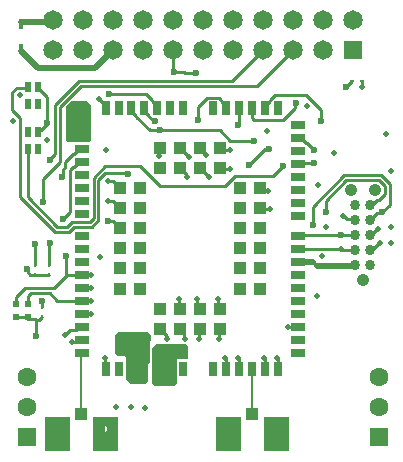
<source format=gtl>
G04*
G04 #@! TF.GenerationSoftware,Altium Limited,Altium Designer,22.9.1 (49)*
G04*
G04 Layer_Physical_Order=1*
G04 Layer_Color=255*
%FSLAX44Y44*%
%MOMM*%
G71*
G04*
G04 #@! TF.SameCoordinates,160F3373-32AC-4E58-B31D-FCE43EB9D5FB*
G04*
G04*
G04 #@! TF.FilePolarity,Positive*
G04*
G01*
G75*
%ADD13C,0.2540*%
%ADD16R,1.0000X1.0500*%
%ADD17R,1.0500X2.2000*%
%ADD18R,0.5400X0.8500*%
%ADD19R,0.3600X0.2500*%
%ADD20R,0.2500X0.3600*%
%ADD21R,0.6000X0.6000*%
%ADD22C,0.8636*%
%ADD23R,0.4064X0.8636*%
%ADD24R,1.1500X0.7000*%
%ADD25R,0.7000X1.1500*%
%ADD26R,1.0000X1.0000*%
%ADD42C,0.3000*%
%ADD43C,0.1500*%
%ADD44C,0.5000*%
%ADD45C,1.0668*%
%ADD46C,1.6500*%
%ADD47R,1.6500X1.6500*%
%ADD48R,1.6000X1.6000*%
%ADD49C,1.6000*%
%ADD50C,0.5080*%
%ADD51C,0.6000*%
G36*
X76000Y305000D02*
Y275000D01*
X75000Y274000D01*
X56000D01*
X55000Y275000D01*
Y303265D01*
X59735Y308000D01*
X73000D01*
X76000Y305000D01*
D02*
G37*
G36*
X127000Y110000D02*
Y106000D01*
X126000Y105000D01*
Y87000D01*
X125000Y86000D01*
Y71000D01*
X123000Y69000D01*
X110000D01*
X106000Y73000D01*
Y91000D01*
X105000Y92000D01*
X99000D01*
X97000Y94000D01*
Y110000D01*
X100000Y113000D01*
X124000D01*
X127000Y110000D01*
D02*
G37*
G36*
X158429Y100365D02*
Y89500D01*
X149200D01*
Y74000D01*
X149429D01*
Y69365D01*
X147429Y67365D01*
X130429D01*
X128429Y69365D01*
Y99365D01*
X131429Y102365D01*
X156429D01*
X158429Y100365D01*
D02*
G37*
G36*
X203000Y36820D02*
X201730Y35778D01*
X201700Y35784D01*
X200424Y35530D01*
X199342Y34808D01*
X195893Y31358D01*
X195170Y30276D01*
X194916Y29000D01*
X195170Y27724D01*
X195893Y26642D01*
X196974Y25920D01*
X198250Y25666D01*
X199526Y25920D01*
X200607Y26642D01*
X201827Y27862D01*
X203000Y27376D01*
Y12000D01*
X182000D01*
Y41000D01*
X203000D01*
Y36820D01*
D02*
G37*
G36*
X58250Y29892D02*
X57999Y29687D01*
X56357Y29857D01*
X55276Y30580D01*
X54000Y30834D01*
X52724Y30580D01*
X51642Y29857D01*
X51143Y29358D01*
X50420Y28276D01*
X50166Y27000D01*
X50420Y25724D01*
X51143Y24643D01*
X52224Y23920D01*
X53500Y23666D01*
X54776Y23920D01*
X55858Y24643D01*
X56357Y25143D01*
X57999Y25313D01*
X58250Y25108D01*
Y12000D01*
X37250D01*
Y41000D01*
X58250D01*
Y29892D01*
D02*
G37*
G36*
X244000Y12000D02*
X223000D01*
Y41000D01*
X244000D01*
Y12000D01*
D02*
G37*
G36*
X99250D02*
X78250D01*
Y41000D01*
X99250D01*
Y12000D01*
D02*
G37*
%LPC*%
G36*
X86980Y34314D02*
X85704Y34060D01*
X84622Y33338D01*
X80642Y29358D01*
X79920Y28276D01*
X79666Y27000D01*
X79920Y25724D01*
X80642Y24643D01*
X81724Y23920D01*
X83000Y23666D01*
X84276Y23920D01*
X85358Y24643D01*
X89338Y28622D01*
X90060Y29704D01*
X90314Y30980D01*
X90060Y32256D01*
X89338Y33338D01*
X88256Y34060D01*
X86980Y34314D01*
D02*
G37*
%LPD*%
D13*
X83000Y27000D02*
X86980Y30980D01*
X314350Y182037D02*
X320313Y188000D01*
X314350Y182000D02*
Y182037D01*
X320313Y188000D02*
X321000D01*
X41000Y186064D02*
X42000Y187064D01*
X41000Y169400D02*
Y186064D01*
X42000Y187064D02*
Y188000D01*
X29000Y169400D02*
Y187000D01*
X29000Y187000D02*
X29000Y187000D01*
X22789Y163297D02*
X25086Y161000D01*
X22789Y163297D02*
Y165134D01*
X22127Y165796D02*
X22789Y165134D01*
X29020Y161000D02*
X41000D01*
X25086D02*
X29000D01*
X313200Y194700D02*
X318500Y200000D01*
X319000D01*
X312700Y194700D02*
X313200D01*
X22100Y319600D02*
X23000Y320500D01*
X9629Y315880D02*
X13349Y319600D01*
X22100D01*
X9629Y300391D02*
Y315880D01*
Y300391D02*
X16390Y293630D01*
Y227125D02*
Y293630D01*
X63920Y114770D02*
X66150Y117000D01*
X58770Y114770D02*
X63920D01*
X54000Y110000D02*
X58770Y114770D01*
X16390Y227125D02*
X46214Y197300D01*
X39000Y289064D02*
Y311671D01*
X31500Y319171D02*
X39000Y311671D01*
X37981Y288045D02*
X39000Y289064D01*
X33895Y283750D02*
X37981Y287836D01*
Y288045D01*
X157514Y244486D02*
Y245686D01*
X151700Y251500D02*
X157514Y245686D01*
Y244486D02*
X158000Y244000D01*
X168700Y251500D02*
X176000Y244200D01*
Y244000D02*
Y244200D01*
X186470Y308730D02*
X190700Y304500D01*
X223338Y267338D02*
X226338D01*
X201350Y301900D02*
X201700Y302250D01*
X106434Y246657D02*
X107370D01*
X82682Y241663D02*
X88370Y247350D01*
X78542Y243377D02*
X88632Y253467D01*
X118109D01*
X190226Y236650D02*
X198069Y244494D01*
X75280Y206005D02*
X78542Y209268D01*
X186200Y251000D02*
X194000D01*
X185700Y251500D02*
X186200Y251000D01*
X221690Y232510D02*
X226510D01*
X219700Y234500D02*
X221690Y232510D01*
X105740Y247350D02*
X106434Y246657D01*
X198069Y244494D02*
X230494D01*
X239000Y253000D01*
X88370Y247350D02*
X105740D01*
X118109Y253467D02*
X134925Y236650D01*
X226338Y267338D02*
X227000Y268000D01*
X56111Y201440D02*
X60676Y206005D01*
X75280D01*
X78542Y209268D02*
Y243377D01*
X57826Y197300D02*
X62391Y201865D01*
X134925Y236650D02*
X190226D01*
X62391Y201865D02*
X76995D01*
X47929Y201440D02*
X56111D01*
X82682Y207553D02*
Y241663D01*
X22750Y226619D02*
Y267750D01*
X46214Y197300D02*
X57826D01*
X210000Y254000D02*
X223338Y267338D01*
X76995Y201865D02*
X82682Y207553D01*
X91486Y240514D02*
X94686D01*
X91000Y241000D02*
X91486Y240514D01*
X94686D02*
X100700Y234500D01*
X22750Y226619D02*
X47929Y201440D01*
X195976Y325476D02*
X221800Y351300D01*
X45860Y304695D02*
X66641Y325476D01*
X195976D01*
X68356Y321336D02*
X217236D01*
X50000Y302980D02*
X68356Y321336D01*
X217236D02*
X247200Y351300D01*
X232260Y313685D02*
X258134D01*
X227930Y308730D02*
Y309354D01*
X232260Y313685D01*
X223700Y304500D02*
X227930Y308730D01*
X258134Y313685D02*
X271010Y300809D01*
X128470Y308730D02*
X132700Y304500D01*
Y302250D02*
Y304500D01*
X92000Y314526D02*
X123299D01*
X41833Y259006D02*
X45860Y263033D01*
X41833Y258070D02*
Y259006D01*
X45860Y263033D02*
Y304695D01*
X50000Y256606D02*
Y302980D01*
X83000Y310000D02*
X83200D01*
X88700Y304500D01*
X194447Y274378D02*
X214383D01*
X185245Y283580D02*
X194447Y274378D01*
X201350Y288350D02*
Y301900D01*
X201000Y288000D02*
X201350Y288350D01*
X187280Y266920D02*
X194000D01*
X185700Y268500D02*
X187280Y266920D01*
X184555Y311270D02*
X186470Y309354D01*
X174846Y311270D02*
X184555D01*
X190700Y302250D02*
Y304500D01*
X167000Y303424D02*
X174846Y311270D01*
X167000Y292000D02*
Y303424D01*
X186470Y308730D02*
Y309354D01*
X121700Y300000D02*
X125930Y295770D01*
Y295145D02*
Y295770D01*
X121700Y300000D02*
Y302250D01*
X125930Y295145D02*
X130115Y290960D01*
X130583D01*
X126496Y283580D02*
X185245D01*
X114930Y295145D02*
X126496Y283580D01*
X36000Y242606D02*
X50000Y256606D01*
X36000Y223000D02*
Y242606D01*
X145600Y335336D02*
Y352000D01*
Y335336D02*
X147000Y333936D01*
Y333000D02*
Y333936D01*
Y333000D02*
X155534D01*
X156344Y332190D01*
X165444D01*
X165540Y332286D01*
X297090Y325000D02*
X297600D01*
X292630Y320540D02*
X297090Y325000D01*
X292130Y320540D02*
X292630D01*
X264000Y203000D02*
Y218623D01*
X290921Y245544D01*
X321779D01*
X329244Y238079D01*
Y220244D02*
Y238079D01*
X312700Y207400D02*
X318638Y213338D01*
X110700Y300000D02*
Y302250D01*
Y300000D02*
X114930Y295770D01*
Y295145D02*
Y295770D01*
X312700Y220100D02*
X314350D01*
X318446Y224196D01*
X320064D01*
X325104Y229236D01*
Y236364D01*
X320064Y241404D02*
X325104Y236364D01*
X292636Y241404D02*
X320064D01*
X275000Y223768D02*
X292636Y241404D01*
X275000Y214000D02*
Y223768D01*
X312700Y182000D02*
X314350D01*
X53500Y27000D02*
X54000Y27500D01*
X60000Y104000D02*
X60486Y104486D01*
X66150Y117000D02*
X68400D01*
X66886Y104486D02*
X68400Y106000D01*
X60486Y104486D02*
X66886D01*
X88350Y82100D02*
X88700Y81750D01*
X88350Y82100D02*
Y90650D01*
X88000Y91000D02*
X88350Y90650D01*
X94686Y223514D02*
X100700Y217500D01*
X91486Y223514D02*
X94686D01*
X91000Y224000D02*
X91486Y223514D01*
X134000Y267800D02*
X134700Y268500D01*
X134000Y262000D02*
Y267800D01*
X134700Y115500D02*
X140514Y109686D01*
Y107486D02*
Y109686D01*
Y107486D02*
X141000Y107000D01*
X151000Y133200D02*
X151700Y132500D01*
X151000Y133200D02*
Y141000D01*
X151700Y268500D02*
X159000Y261200D01*
Y261000D02*
Y261200D01*
X152600Y114600D02*
X155430Y111770D01*
Y108257D02*
Y111770D01*
Y108257D02*
X156000Y107687D01*
Y107000D02*
Y107687D01*
X166000Y135200D02*
X168700Y132500D01*
X166000Y135200D02*
Y141000D01*
X168000Y114800D02*
X168700Y115500D01*
X168000Y107000D02*
Y114800D01*
X184000Y134200D02*
X185700Y132500D01*
X184000Y134200D02*
Y141000D01*
X185000Y114800D02*
X185700Y115500D01*
X185000Y107000D02*
Y114800D01*
X190350Y82100D02*
X190700Y81750D01*
X190350Y82100D02*
Y90650D01*
X190000Y91000D02*
X190350Y90650D01*
X198250Y29000D02*
X201700Y32450D01*
X201350Y82100D02*
X201700Y81750D01*
X201350Y82100D02*
Y90650D01*
X201000Y91000D02*
X201350Y90650D01*
X219700Y217500D02*
X220200Y217000D01*
X228000D01*
X223000Y77970D02*
X223700Y77270D01*
X223000Y77970D02*
Y78570D01*
X223350Y82100D02*
Y90650D01*
X223000Y91000D02*
X223350Y90650D01*
X234350Y82100D02*
X234700Y81750D01*
X234350Y82100D02*
Y90650D01*
X234000Y91000D02*
X234350Y90650D01*
X243000Y117000D02*
X252000D01*
X298834Y208566D02*
X300000Y207400D01*
X293121Y208566D02*
X298834D01*
X290687Y211000D02*
X293121Y208566D01*
X290000Y211000D02*
X290687D01*
X68250Y94850D02*
X68400Y95000D01*
X35000Y125090D02*
Y125600D01*
X32785Y122875D02*
X35000Y125090D01*
X30000Y122875D02*
X32785D01*
X11750Y125750D02*
X21560D01*
X23290Y124020D01*
X28855D01*
X30000Y122875D01*
X30000Y109000D02*
X30000Y109000D01*
Y122875D01*
X13000Y136250D02*
Y142000D01*
X20715Y149715D01*
X44815D01*
X56350Y161250D01*
X55000Y162600D02*
Y177000D01*
Y162600D02*
X56350Y161250D01*
X67700D01*
X68400Y161000D02*
X76000D01*
X66150Y268000D02*
X68400D01*
X61920Y263770D02*
X66150Y268000D01*
X61296Y263770D02*
X61920D01*
X54140Y256614D02*
X61296Y263770D01*
X54140Y251852D02*
Y256614D01*
X52692Y250404D02*
X54140Y251852D01*
X52692Y244388D02*
Y250404D01*
X52030Y243726D02*
X52692Y244388D01*
X264000Y172000D02*
X264687D01*
X267687Y169000D01*
X268000D01*
X252000Y277000D02*
X254250D01*
X258480Y272770D01*
X259230D01*
X265000Y267000D01*
X23000Y136250D02*
Y143060D01*
X25515Y145575D01*
X41430D01*
X48005Y139000D01*
X223700Y302250D02*
Y304500D01*
X271010Y291398D02*
Y300809D01*
X251300Y183250D02*
X251400Y183350D01*
X287275D01*
X288111Y182514D01*
X299486D02*
X300000Y182000D01*
X288111Y182514D02*
X299486D01*
X251300Y194250D02*
X251550Y194500D01*
X287500D01*
X288000Y195000D01*
X299850Y194850D02*
X300000Y194700D01*
X288150Y194850D02*
X299850D01*
X288000Y195000D02*
X288150Y194850D01*
X31500Y319171D02*
Y320500D01*
X68400Y150000D02*
X76000D01*
X66150Y257000D02*
X68400D01*
X61920Y252770D02*
X66150Y257000D01*
X61296Y252770D02*
X61920D01*
X58840Y250315D02*
X61296Y252770D01*
X58840Y214340D02*
Y250315D01*
X52750Y208250D02*
X58840Y214340D01*
X252000Y255000D02*
X252500Y255500D01*
X264500D01*
X265000Y256000D01*
X212700Y302250D02*
X213000Y301950D01*
Y294000D02*
Y301950D01*
Y294000D02*
X214488Y292512D01*
X238837D01*
X249115Y302790D01*
Y306213D01*
X249777Y306875D01*
X94862Y206338D02*
X100700Y200500D01*
X91662Y206338D02*
X94862D01*
X91000Y207000D02*
X91662Y206338D01*
X68400Y128000D02*
X76000D01*
X48005Y139000D02*
X76000D01*
X123299Y314526D02*
X128470Y309354D01*
X322338Y213338D02*
X329244Y220244D01*
X88700Y302250D02*
Y304500D01*
X128470Y308730D02*
Y309354D01*
X318638Y213338D02*
X322338D01*
X306000Y320000D02*
Y325000D01*
X35000Y134000D02*
Y138765D01*
X299850Y169150D02*
X300000Y169300D01*
X252000Y172000D02*
X252000Y172000D01*
D16*
X68250Y43250D02*
D03*
X213000D02*
D03*
D17*
X53500Y28000D02*
D03*
X83000D02*
D03*
X198250D02*
D03*
X227750D02*
D03*
D18*
X23000Y320500D02*
D03*
X31500D02*
D03*
X23000Y306000D02*
D03*
X31500D02*
D03*
X31250Y267750D02*
D03*
X22750D02*
D03*
X31250Y282250D02*
D03*
X22750D02*
D03*
D19*
X297600Y325000D02*
D03*
X306000D02*
D03*
D20*
X35000Y125600D02*
D03*
Y134000D02*
D03*
X29000Y169400D02*
D03*
Y161000D02*
D03*
X41000Y169400D02*
D03*
Y161000D02*
D03*
D21*
X13000Y136250D02*
D03*
Y125750D02*
D03*
X23000Y136250D02*
D03*
Y125750D02*
D03*
D22*
X300000Y169300D02*
D03*
Y182000D02*
D03*
Y194700D02*
D03*
Y207400D02*
D03*
Y220100D02*
D03*
X312700D02*
D03*
Y207400D02*
D03*
Y194700D02*
D03*
Y182000D02*
D03*
Y169300D02*
D03*
D23*
X17000Y352205D02*
D03*
Y373795D02*
D03*
D24*
X252000Y95000D02*
D03*
Y106000D02*
D03*
Y117000D02*
D03*
Y128000D02*
D03*
Y139000D02*
D03*
Y150000D02*
D03*
Y161000D02*
D03*
Y172000D02*
D03*
Y183000D02*
D03*
Y194000D02*
D03*
Y211000D02*
D03*
Y222000D02*
D03*
Y233000D02*
D03*
Y244000D02*
D03*
Y255000D02*
D03*
Y266000D02*
D03*
Y277000D02*
D03*
Y288000D02*
D03*
X68400Y290000D02*
D03*
Y279000D02*
D03*
Y268000D02*
D03*
Y257000D02*
D03*
Y246000D02*
D03*
Y235000D02*
D03*
Y224000D02*
D03*
Y213000D02*
D03*
Y194000D02*
D03*
Y183000D02*
D03*
Y172000D02*
D03*
Y161000D02*
D03*
Y150000D02*
D03*
Y139000D02*
D03*
Y128000D02*
D03*
Y117000D02*
D03*
Y106000D02*
D03*
Y95000D02*
D03*
D25*
X234700Y302250D02*
D03*
X223700D02*
D03*
X212700D02*
D03*
X201700D02*
D03*
X190700D02*
D03*
X179700D02*
D03*
X154700D02*
D03*
X143700D02*
D03*
X132700D02*
D03*
X121700D02*
D03*
X110700D02*
D03*
X99700D02*
D03*
X88700D02*
D03*
Y81750D02*
D03*
X99700D02*
D03*
X110700D02*
D03*
X121700D02*
D03*
X132700D02*
D03*
X143700D02*
D03*
X154700D02*
D03*
X179700D02*
D03*
X190700D02*
D03*
X201700D02*
D03*
X212700D02*
D03*
X223700D02*
D03*
X234700D02*
D03*
D26*
X219700Y149500D02*
D03*
Y166500D02*
D03*
Y183500D02*
D03*
Y200500D02*
D03*
Y217500D02*
D03*
Y234500D02*
D03*
X185700Y268500D02*
D03*
X168700D02*
D03*
X151700D02*
D03*
X134700D02*
D03*
X100700Y234500D02*
D03*
Y217500D02*
D03*
Y200500D02*
D03*
Y183500D02*
D03*
Y166500D02*
D03*
Y149500D02*
D03*
X134700Y115500D02*
D03*
X151700D02*
D03*
X168700D02*
D03*
X185700D02*
D03*
X202700Y149500D02*
D03*
Y166500D02*
D03*
Y183500D02*
D03*
Y200500D02*
D03*
Y217500D02*
D03*
Y234500D02*
D03*
X185700Y251500D02*
D03*
X168700D02*
D03*
X151700D02*
D03*
X134700D02*
D03*
X117700Y234500D02*
D03*
Y217500D02*
D03*
Y200500D02*
D03*
Y183500D02*
D03*
Y166500D02*
D03*
Y149500D02*
D03*
X134700Y132500D02*
D03*
X151700D02*
D03*
X168700D02*
D03*
X185700D02*
D03*
D42*
X212700Y42550D02*
X213000Y42250D01*
D43*
X212700Y42550D02*
Y81750D01*
X68250Y42250D02*
Y94850D01*
D44*
X79500Y336000D02*
X94800Y351300D01*
X31855Y336000D02*
X79500D01*
X17468Y350387D02*
X31855Y336000D01*
X17468Y375247D02*
X41848D01*
X44000Y377400D01*
X252000Y172000D02*
X264000D01*
X268000Y169000D02*
X291000D01*
X299715Y169015D02*
X299850Y169150D01*
X291015Y169015D02*
X299715D01*
X291000Y169000D02*
X291015Y169015D01*
D45*
X316500Y232800D02*
D03*
X296200D02*
D03*
X306350Y156600D02*
D03*
D46*
X94800Y376700D02*
D03*
Y351300D02*
D03*
X145600Y376700D02*
D03*
Y351300D02*
D03*
X221800Y376700D02*
D03*
Y351300D02*
D03*
X247200Y376700D02*
D03*
Y351300D02*
D03*
X298000Y376700D02*
D03*
X272600Y351300D02*
D03*
Y376700D02*
D03*
X196400Y351300D02*
D03*
Y376700D02*
D03*
X171000Y351300D02*
D03*
Y376700D02*
D03*
X120200Y351300D02*
D03*
Y376700D02*
D03*
X69400Y351300D02*
D03*
X44000D02*
D03*
X69400Y376700D02*
D03*
X44000D02*
D03*
D47*
X298000Y351300D02*
D03*
D48*
X22000Y23600D02*
D03*
X320000D02*
D03*
D49*
X22000Y49000D02*
D03*
Y74400D02*
D03*
X320000Y49000D02*
D03*
Y74400D02*
D03*
D50*
X187000Y18000D02*
D03*
X94000D02*
D03*
Y27000D02*
D03*
Y36000D02*
D03*
X187000Y27000D02*
D03*
Y36000D02*
D03*
X239000Y18000D02*
D03*
Y27000D02*
D03*
Y36000D02*
D03*
X42000Y18000D02*
D03*
Y27000D02*
D03*
Y36000D02*
D03*
X321000Y188000D02*
D03*
X319000Y200000D02*
D03*
X15979Y313250D02*
D03*
X54000Y110000D02*
D03*
X110000Y49000D02*
D03*
X98000D02*
D03*
X10040Y291000D02*
D03*
X158000Y244000D02*
D03*
X176000D02*
D03*
X194000Y251000D02*
D03*
X226510Y232510D02*
D03*
X91000Y241000D02*
D03*
X83000Y310000D02*
D03*
X39000Y275000D02*
D03*
X225025Y282586D02*
D03*
X194000Y266920D02*
D03*
X89000Y267000D02*
D03*
X306000Y320000D02*
D03*
X282000Y264000D02*
D03*
X269000Y237000D02*
D03*
X272000Y177000D02*
D03*
X268000Y143000D02*
D03*
X122000Y48000D02*
D03*
X141000Y107000D02*
D03*
X156000D02*
D03*
X168000D02*
D03*
X330000Y188000D02*
D03*
Y202000D02*
D03*
Y249000D02*
D03*
X259113Y303726D02*
D03*
X84097Y176114D02*
D03*
X174000Y263000D02*
D03*
X134000Y262000D02*
D03*
X122000Y72000D02*
D03*
X291000Y169000D02*
D03*
X275000Y202000D02*
D03*
X264000Y172000D02*
D03*
X288000Y183000D02*
D03*
X60000Y304000D02*
D03*
X290000Y211000D02*
D03*
X312700Y169300D02*
D03*
X68000Y297000D02*
D03*
X59434Y292186D02*
D03*
X91000Y224000D02*
D03*
X59000Y278000D02*
D03*
X159000Y261000D02*
D03*
X111000Y72000D02*
D03*
X103000Y98000D02*
D03*
X123000Y107000D02*
D03*
X111000D02*
D03*
X154000Y93000D02*
D03*
Y100000D02*
D03*
X133000Y72000D02*
D03*
X145000D02*
D03*
X88000Y91000D02*
D03*
X60000Y104000D02*
D03*
X76000Y128000D02*
D03*
Y139000D02*
D03*
Y150000D02*
D03*
Y161000D02*
D03*
X228000Y217000D02*
D03*
X151000Y141000D02*
D03*
X166000D02*
D03*
X184000D02*
D03*
X185000Y107000D02*
D03*
X243000Y117000D02*
D03*
X190000Y91000D02*
D03*
X201000D02*
D03*
X223000D02*
D03*
X234000D02*
D03*
X326000Y280000D02*
D03*
D51*
X42000Y188000D02*
D03*
X29000Y187000D02*
D03*
X22127Y165796D02*
D03*
X39000Y290000D02*
D03*
X227000Y268000D02*
D03*
X214383Y274378D02*
D03*
X210000Y254000D02*
D03*
X107370Y246657D02*
D03*
X92000Y314526D02*
D03*
X201000Y288000D02*
D03*
X167000Y292000D02*
D03*
X130583Y290960D02*
D03*
X134881Y283580D02*
D03*
X292130Y320540D02*
D03*
X265000Y267000D02*
D03*
X165540Y332286D02*
D03*
X147000Y333000D02*
D03*
X265000Y256000D02*
D03*
X35000Y138765D02*
D03*
X30000Y109000D02*
D03*
X323000Y214000D02*
D03*
X275000D02*
D03*
X264000Y203000D02*
D03*
X288000Y195000D02*
D03*
X239000Y253000D02*
D03*
X52750Y208250D02*
D03*
X52030Y243726D02*
D03*
X271010Y291398D02*
D03*
X41833Y258070D02*
D03*
X249777Y306875D02*
D03*
X36000Y223000D02*
D03*
X91000Y207000D02*
D03*
X55000Y177000D02*
D03*
M02*

</source>
